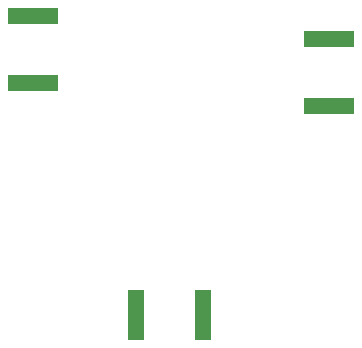
<source format=gbr>
%TF.GenerationSoftware,KiCad,Pcbnew,8.0.2*%
%TF.CreationDate,2025-01-11T01:11:34-03:00*%
%TF.ProjectId,LTC6268-10,4c544336-3236-4382-9d31-302e6b696361,rev?*%
%TF.SameCoordinates,Original*%
%TF.FileFunction,Paste,Bot*%
%TF.FilePolarity,Positive*%
%FSLAX46Y46*%
G04 Gerber Fmt 4.6, Leading zero omitted, Abs format (unit mm)*
G04 Created by KiCad (PCBNEW 8.0.2) date 2025-01-11 01:11:34*
%MOMM*%
%LPD*%
G01*
G04 APERTURE LIST*
%ADD10R,4.200000X1.350000*%
%ADD11R,1.350000X4.200000*%
G04 APERTURE END LIST*
D10*
%TO.C,J4*%
X134420001Y-72825000D03*
X134420001Y-67175000D03*
%TD*%
%TO.C,J1*%
X109420001Y-65175000D03*
X109420001Y-70825000D03*
%TD*%
D11*
%TO.C,J3*%
X118095001Y-90500000D03*
X123745001Y-90500000D03*
%TD*%
M02*

</source>
